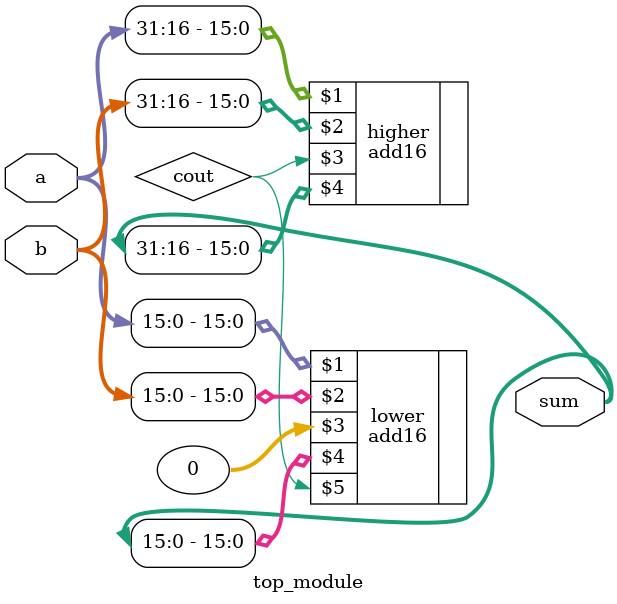
<source format=v>
module top_module(
    input [31:0] a,
    input [31:0] b,
    output [31:0] sum
);
    wire cout;
    add16 lower( a[15:0], b[15:0], 0, sum[15:0], cout);
    add16 higher( a[31:16], b[31:16], cout, sum[31:16]);

endmodule

</source>
